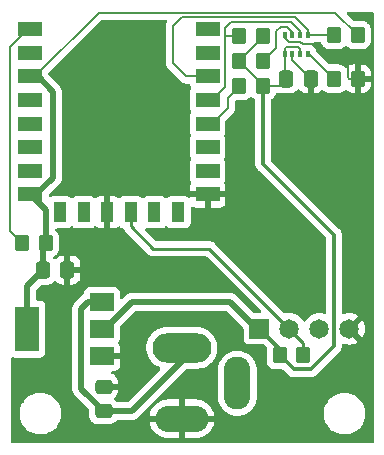
<source format=gbr>
%TF.GenerationSoftware,KiCad,Pcbnew,(6.0.6)*%
%TF.CreationDate,2023-01-19T12:46:02-03:00*%
%TF.ProjectId,mod_sensores,6d6f645f-7365-46e7-936f-7265732e6b69,rev?*%
%TF.SameCoordinates,Original*%
%TF.FileFunction,Copper,L1,Top*%
%TF.FilePolarity,Positive*%
%FSLAX46Y46*%
G04 Gerber Fmt 4.6, Leading zero omitted, Abs format (unit mm)*
G04 Created by KiCad (PCBNEW (6.0.6)) date 2023-01-19 12:46:02*
%MOMM*%
%LPD*%
G01*
G04 APERTURE LIST*
G04 Aperture macros list*
%AMRoundRect*
0 Rectangle with rounded corners*
0 $1 Rounding radius*
0 $2 $3 $4 $5 $6 $7 $8 $9 X,Y pos of 4 corners*
0 Add a 4 corners polygon primitive as box body*
4,1,4,$2,$3,$4,$5,$6,$7,$8,$9,$2,$3,0*
0 Add four circle primitives for the rounded corners*
1,1,$1+$1,$2,$3*
1,1,$1+$1,$4,$5*
1,1,$1+$1,$6,$7*
1,1,$1+$1,$8,$9*
0 Add four rect primitives between the rounded corners*
20,1,$1+$1,$2,$3,$4,$5,0*
20,1,$1+$1,$4,$5,$6,$7,0*
20,1,$1+$1,$6,$7,$8,$9,0*
20,1,$1+$1,$8,$9,$2,$3,0*%
G04 Aperture macros list end*
%TA.AperFunction,SMDPad,CuDef*%
%ADD10R,2.000000X1.500000*%
%TD*%
%TA.AperFunction,SMDPad,CuDef*%
%ADD11R,2.000000X3.800000*%
%TD*%
%TA.AperFunction,SMDPad,CuDef*%
%ADD12RoundRect,0.250000X-0.337500X-0.475000X0.337500X-0.475000X0.337500X0.475000X-0.337500X0.475000X0*%
%TD*%
%TA.AperFunction,SMDPad,CuDef*%
%ADD13RoundRect,0.250000X-0.350000X-0.450000X0.350000X-0.450000X0.350000X0.450000X-0.350000X0.450000X0*%
%TD*%
%TA.AperFunction,SMDPad,CuDef*%
%ADD14RoundRect,0.250000X0.350000X0.450000X-0.350000X0.450000X-0.350000X-0.450000X0.350000X-0.450000X0*%
%TD*%
%TA.AperFunction,SMDPad,CuDef*%
%ADD15R,0.350000X0.500000*%
%TD*%
%TA.AperFunction,ComponentPad*%
%ADD16O,5.000000X2.500000*%
%TD*%
%TA.AperFunction,ComponentPad*%
%ADD17O,4.500000X2.250000*%
%TD*%
%TA.AperFunction,ComponentPad*%
%ADD18O,2.250000X4.500000*%
%TD*%
%TA.AperFunction,SMDPad,CuDef*%
%ADD19RoundRect,0.250000X0.475000X-0.337500X0.475000X0.337500X-0.475000X0.337500X-0.475000X-0.337500X0*%
%TD*%
%TA.AperFunction,SMDPad,CuDef*%
%ADD20R,2.000000X1.200000*%
%TD*%
%TA.AperFunction,SMDPad,CuDef*%
%ADD21R,1.100000X1.700000*%
%TD*%
%TA.AperFunction,ComponentPad*%
%ADD22R,1.651000X1.651000*%
%TD*%
%TA.AperFunction,ComponentPad*%
%ADD23C,1.651000*%
%TD*%
%TA.AperFunction,Conductor*%
%ADD24C,0.300000*%
%TD*%
%TA.AperFunction,Conductor*%
%ADD25C,0.250000*%
%TD*%
%TA.AperFunction,Conductor*%
%ADD26C,0.500000*%
%TD*%
%TA.AperFunction,Conductor*%
%ADD27C,0.200000*%
%TD*%
G04 APERTURE END LIST*
D10*
%TO.P,U2,1,GND*%
%TO.N,GND*%
X93950000Y-101400000D03*
D11*
%TO.P,U2,2,VO*%
%TO.N,+3.3V*%
X87650000Y-99100000D03*
D10*
X93950000Y-99100000D03*
%TO.P,U2,3,VI*%
%TO.N,+5V*%
X93950000Y-96800000D03*
%TD*%
D12*
%TO.P,C3,1*%
%TO.N,+3.3V*%
X109562500Y-77900000D03*
%TO.P,C3,2*%
%TO.N,GND*%
X111637500Y-77900000D03*
%TD*%
D13*
%TO.P,R3,1*%
%TO.N,Net-(R3-Pad1)*%
X87200000Y-91800000D03*
%TO.P,R3,2*%
%TO.N,+3.3V*%
X89200000Y-91800000D03*
%TD*%
D14*
%TO.P,R6,1*%
%TO.N,GND*%
X115600000Y-77900000D03*
%TO.P,R6,2*%
%TO.N,Net-(R6-Pad2)*%
X113600000Y-77900000D03*
%TD*%
D13*
%TO.P,R5,1*%
%TO.N,scl*%
X113600000Y-74200000D03*
%TO.P,R5,2*%
%TO.N,+3.3V*%
X115600000Y-74200000D03*
%TD*%
D15*
%TO.P,U4,1,GND*%
%TO.N,GND*%
X109425000Y-74200000D03*
%TO.P,U4,2,CSB*%
%TO.N,Net-(R7-Pad1)*%
X110075000Y-74200000D03*
%TO.P,U4,3,SDI*%
%TO.N,sda*%
X110725000Y-74200000D03*
%TO.P,U4,4,SCK*%
%TO.N,scl*%
X111375000Y-74200000D03*
%TO.P,U4,5,SDO*%
%TO.N,Net-(R6-Pad2)*%
X111375000Y-75800000D03*
%TO.P,U4,6,VDDIO*%
%TO.N,+3.3V*%
X110725000Y-75800000D03*
%TO.P,U4,7,GND*%
%TO.N,GND*%
X110075000Y-75800000D03*
%TO.P,U4,8,VDD*%
%TO.N,+3.3V*%
X109425000Y-75800000D03*
%TD*%
D13*
%TO.P,R4,1*%
%TO.N,sda*%
X105600000Y-74300000D03*
%TO.P,R4,2*%
%TO.N,+3.3V*%
X107600000Y-74300000D03*
%TD*%
D14*
%TO.P,R1,1*%
%TO.N,data_dht11*%
X111000000Y-101300000D03*
%TO.P,R1,2*%
%TO.N,+3.3V*%
X109000000Y-101300000D03*
%TD*%
D16*
%TO.P,J1,1*%
%TO.N,+5V*%
X100725000Y-100687500D03*
D17*
%TO.P,J1,2*%
%TO.N,GND*%
X100725000Y-106687500D03*
D18*
%TO.P,J1,3*%
%TO.N,unconnected-(J1-Pad3)*%
X105425000Y-103687500D03*
%TD*%
D19*
%TO.P,C1,1*%
%TO.N,+5V*%
X94100000Y-106037500D03*
%TO.P,C1,2*%
%TO.N,GND*%
X94100000Y-103962500D03*
%TD*%
D20*
%TO.P,U3,1,RESET*%
%TO.N,Net-(R3-Pad1)*%
X87900000Y-73700000D03*
%TO.P,U3,2,ADC*%
%TO.N,unconnected-(U3-Pad2)*%
X87900000Y-75700000D03*
%TO.P,U3,3,EN*%
%TO.N,+3.3V*%
X87900000Y-77700000D03*
%TO.P,U3,4,IO16*%
%TO.N,unconnected-(U3-Pad4)*%
X87900000Y-79700000D03*
%TO.P,U3,5,IO14*%
%TO.N,unconnected-(U3-Pad5)*%
X87900000Y-81700000D03*
%TO.P,U3,6,IO12*%
%TO.N,unconnected-(U3-Pad6)*%
X87900000Y-83700000D03*
%TO.P,U3,7,IO13*%
%TO.N,unconnected-(U3-Pad7)*%
X87900000Y-85700000D03*
%TO.P,U3,8,VCC*%
%TO.N,+3.3V*%
X87900000Y-87700000D03*
D21*
%TO.P,U3,9,CS0*%
%TO.N,unconnected-(U3-Pad9)*%
X90400000Y-89200000D03*
%TO.P,U3,10,MISO*%
%TO.N,unconnected-(U3-Pad10)*%
X92400000Y-89200000D03*
%TO.P,U3,11,IO9*%
%TO.N,GND*%
X94400000Y-89200000D03*
%TO.P,U3,12,IO10*%
%TO.N,data_dht11*%
X96400000Y-89200000D03*
%TO.P,U3,13,MOSI*%
%TO.N,unconnected-(U3-Pad13)*%
X98400000Y-89200000D03*
%TO.P,U3,14,SCLK*%
%TO.N,unconnected-(U3-Pad14)*%
X100400000Y-89200000D03*
D20*
%TO.P,U3,15,GND*%
%TO.N,GND*%
X102900000Y-87700000D03*
%TO.P,U3,16,IO15*%
%TO.N,unconnected-(U3-Pad16)*%
X102900000Y-85700000D03*
%TO.P,U3,17,IO2*%
%TO.N,unconnected-(U3-Pad17)*%
X102900000Y-83700000D03*
%TO.P,U3,18,IO0*%
%TO.N,Net-(R2-Pad1)*%
X102900000Y-81700000D03*
%TO.P,U3,19,IO4*%
%TO.N,sda*%
X102900000Y-79700000D03*
%TO.P,U3,20,IO5*%
%TO.N,scl*%
X102900000Y-77700000D03*
%TO.P,U3,21,RXD*%
%TO.N,unconnected-(U3-Pad21)*%
X102900000Y-75700000D03*
%TO.P,U3,22,TXD*%
%TO.N,unconnected-(U3-Pad22)*%
X102900000Y-73700000D03*
%TD*%
D14*
%TO.P,R7,2*%
%TO.N,+3.3V*%
X105600000Y-76400000D03*
%TO.P,R7,1*%
%TO.N,Net-(R7-Pad1)*%
X107600000Y-76400000D03*
%TD*%
D22*
%TO.P,U1,1,VDD*%
%TO.N,+3.3V*%
X107290000Y-99069000D03*
D23*
%TO.P,U1,2,DATA*%
%TO.N,data_dht11*%
X109830000Y-99069000D03*
%TO.P,U1,3,NC*%
%TO.N,unconnected-(U1-Pad3)*%
X112370000Y-99069000D03*
%TO.P,U1,4,GND*%
%TO.N,GND*%
X114910000Y-99069000D03*
%TD*%
D12*
%TO.P,C2,1*%
%TO.N,+3.3V*%
X88962500Y-94100000D03*
%TO.P,C2,2*%
%TO.N,GND*%
X91037500Y-94100000D03*
%TD*%
D13*
%TO.P,R2,2*%
%TO.N,+3.3V*%
X107600000Y-78500000D03*
%TO.P,R2,1*%
%TO.N,Net-(R2-Pad1)*%
X105600000Y-78500000D03*
%TD*%
D24*
%TO.N,+3.3V*%
X113600000Y-91100000D02*
X107600000Y-85100000D01*
X111650000Y-102500000D02*
X113600000Y-100550000D01*
X113600000Y-100550000D02*
X113600000Y-91100000D01*
X110200000Y-102500000D02*
X111650000Y-102500000D01*
X109000000Y-101300000D02*
X110200000Y-102500000D01*
X107600000Y-85100000D02*
X107600000Y-78500000D01*
X109000000Y-100779000D02*
X107290000Y-99069000D01*
X109000000Y-101300000D02*
X109000000Y-100779000D01*
D25*
%TO.N,data_dht11*%
X111000000Y-100239000D02*
X109830000Y-99069000D01*
X111000000Y-101300000D02*
X111000000Y-100239000D01*
D26*
%TO.N,+5V*%
X100725000Y-101775000D02*
X100725000Y-100687500D01*
X92200000Y-97400000D02*
X92200000Y-104137500D01*
X92800000Y-96800000D02*
X92200000Y-97400000D01*
X93950000Y-96800000D02*
X92800000Y-96800000D01*
X94100000Y-106037500D02*
X96462500Y-106037500D01*
X92200000Y-104137500D02*
X94100000Y-106037500D01*
X96462500Y-106037500D02*
X100725000Y-101775000D01*
D27*
%TO.N,GND*%
X109800000Y-74800000D02*
X110740685Y-74800000D01*
X109425000Y-74425000D02*
X109800000Y-74800000D01*
X114750000Y-77750000D02*
X114900000Y-77900000D01*
X109425000Y-74200000D02*
X109425000Y-74425000D01*
X113000000Y-76000000D02*
X114250000Y-76000000D01*
X110075000Y-76337500D02*
X110075000Y-75800000D01*
X114750000Y-76500000D02*
X114750000Y-77750000D01*
X114900000Y-77900000D02*
X115600000Y-77900000D01*
X112000000Y-75000000D02*
X113000000Y-76000000D01*
X114250000Y-76000000D02*
X114750000Y-76500000D01*
X111637500Y-77900000D02*
X110075000Y-76337500D01*
X110740685Y-74800000D02*
X110940685Y-75000000D01*
X110940685Y-75000000D02*
X112000000Y-75000000D01*
D26*
%TO.N,+3.3V*%
X87650000Y-99100000D02*
X87650000Y-95412500D01*
X89800000Y-86300000D02*
X89800000Y-79000000D01*
X88962500Y-94100000D02*
X88962500Y-92037500D01*
D27*
X110575000Y-75200000D02*
X110725000Y-75350000D01*
D26*
X88400000Y-87700000D02*
X89800000Y-86300000D01*
X89800000Y-79000000D02*
X88500000Y-77700000D01*
X89200000Y-89000000D02*
X87900000Y-87700000D01*
X104800000Y-96800000D02*
X107069000Y-99069000D01*
D27*
X109575000Y-75200000D02*
X110575000Y-75200000D01*
X107600000Y-78500000D02*
X108962500Y-78500000D01*
X105600000Y-76400000D02*
X107600000Y-78400000D01*
D26*
X88962500Y-92037500D02*
X89200000Y-91800000D01*
D27*
X109425000Y-75800000D02*
X109425000Y-75350000D01*
D26*
X94200000Y-99100000D02*
X96500000Y-96800000D01*
X93950000Y-99100000D02*
X94200000Y-99100000D01*
D27*
X108962500Y-78500000D02*
X109562500Y-77900000D01*
X107600000Y-74400000D02*
X105600000Y-76400000D01*
D26*
X89200000Y-91800000D02*
X89200000Y-89000000D01*
D27*
X107600000Y-74300000D02*
X107600000Y-74400000D01*
D26*
X96500000Y-96800000D02*
X104800000Y-96800000D01*
X88500000Y-77700000D02*
X87900000Y-77700000D01*
D27*
X93700000Y-72300000D02*
X88300000Y-77700000D01*
X109425000Y-75350000D02*
X109575000Y-75200000D01*
X109562500Y-77900000D02*
X109425000Y-77762500D01*
X110725000Y-75350000D02*
X110725000Y-75800000D01*
X88300000Y-77700000D02*
X87900000Y-77700000D01*
X109425000Y-77762500D02*
X109425000Y-75800000D01*
D26*
X87650000Y-95412500D02*
X88962500Y-94100000D01*
X107069000Y-99069000D02*
X107290000Y-99069000D01*
D27*
X113700000Y-72300000D02*
X93700000Y-72300000D01*
X115600000Y-74200000D02*
X113700000Y-72300000D01*
X107600000Y-78400000D02*
X107600000Y-78500000D01*
D26*
X87900000Y-87700000D02*
X88400000Y-87700000D01*
D25*
%TO.N,data_dht11*%
X96400000Y-90400000D02*
X96400000Y-89200000D01*
X103061000Y-92300000D02*
X98300000Y-92300000D01*
X98300000Y-92300000D02*
X96400000Y-90400000D01*
X109830000Y-99069000D02*
X103061000Y-92300000D01*
D27*
%TO.N,Net-(R2-Pad1)*%
X104600000Y-80400000D02*
X103300000Y-81700000D01*
X105600000Y-78500000D02*
X104600000Y-79500000D01*
X103300000Y-81700000D02*
X102900000Y-81700000D01*
X104600000Y-79500000D02*
X104600000Y-80400000D01*
%TO.N,Net-(R3-Pad1)*%
X87700000Y-73700000D02*
X87900000Y-73700000D01*
X87200000Y-91800000D02*
X86200000Y-90800000D01*
X86200000Y-90800000D02*
X86200000Y-75200000D01*
X86200000Y-75200000D02*
X87700000Y-73700000D01*
%TO.N,sda*%
X104400000Y-73600000D02*
X104900000Y-73100000D01*
X105600000Y-74300000D02*
X104500000Y-74300000D01*
X110000000Y-73100000D02*
X110725000Y-73825000D01*
X104500000Y-74300000D02*
X104400000Y-74400000D01*
X110725000Y-73825000D02*
X110725000Y-74200000D01*
X104900000Y-73100000D02*
X110000000Y-73100000D01*
X103300000Y-79700000D02*
X104400000Y-78600000D01*
X104400000Y-74400000D02*
X104400000Y-73600000D01*
X102900000Y-79700000D02*
X103300000Y-79700000D01*
X104400000Y-78600000D02*
X104400000Y-74400000D01*
%TO.N,scl*%
X110325000Y-72700000D02*
X100700000Y-72700000D01*
X111375000Y-74200000D02*
X111375000Y-73750000D01*
X113300000Y-74200000D02*
X111375000Y-74200000D01*
X100000000Y-73400000D02*
X100000000Y-76600000D01*
X111375000Y-73750000D02*
X110325000Y-72700000D01*
X100000000Y-76600000D02*
X101100000Y-77700000D01*
X100700000Y-72700000D02*
X100000000Y-73400000D01*
X113700000Y-73800000D02*
X113300000Y-74200000D01*
X101100000Y-77700000D02*
X102900000Y-77700000D01*
%TO.N,Net-(R7-Pad1)*%
X107600000Y-76400000D02*
X108700000Y-75300000D01*
X109600000Y-73500000D02*
X110075000Y-73975000D01*
X108700000Y-73900000D02*
X109100000Y-73500000D01*
X108700000Y-75300000D02*
X108700000Y-73900000D01*
X109100000Y-73500000D02*
X109600000Y-73500000D01*
X110075000Y-73975000D02*
X110075000Y-74200000D01*
%TO.N,Net-(R6-Pad2)*%
X111500000Y-75800000D02*
X113600000Y-77900000D01*
X111375000Y-75800000D02*
X111500000Y-75800000D01*
%TD*%
%TA.AperFunction,Conductor*%
%TO.N,GND*%
G36*
X116933621Y-72270002D02*
G01*
X116980114Y-72323658D01*
X116991500Y-72376000D01*
X116991500Y-108615500D01*
X116971498Y-108683621D01*
X116917842Y-108730114D01*
X116865500Y-108741500D01*
X86384500Y-108741500D01*
X86316379Y-108721498D01*
X86269886Y-108667842D01*
X86258500Y-108615500D01*
X86258500Y-106357655D01*
X86989858Y-106357655D01*
X87025104Y-106616638D01*
X87026412Y-106621124D01*
X87026412Y-106621126D01*
X87042980Y-106677967D01*
X87098243Y-106867567D01*
X87207668Y-107104928D01*
X87219673Y-107123238D01*
X87348410Y-107319596D01*
X87348414Y-107319601D01*
X87350976Y-107323509D01*
X87525018Y-107518506D01*
X87725970Y-107685637D01*
X87729973Y-107688066D01*
X87945422Y-107818804D01*
X87945426Y-107818806D01*
X87949419Y-107821229D01*
X88190455Y-107922303D01*
X88443783Y-107986641D01*
X88448434Y-107987109D01*
X88448438Y-107987110D01*
X88641308Y-108006531D01*
X88660867Y-108008500D01*
X88816354Y-108008500D01*
X88818679Y-108008327D01*
X88818685Y-108008327D01*
X89006000Y-107994407D01*
X89006004Y-107994406D01*
X89010652Y-107994061D01*
X89015200Y-107993032D01*
X89015206Y-107993031D01*
X89201601Y-107950853D01*
X89265577Y-107936377D01*
X89301769Y-107922303D01*
X89504824Y-107843340D01*
X89504827Y-107843339D01*
X89509177Y-107841647D01*
X89736098Y-107711951D01*
X89941357Y-107550138D01*
X90120443Y-107359763D01*
X90269424Y-107145009D01*
X90275100Y-107133500D01*
X90382960Y-106914781D01*
X90382961Y-106914778D01*
X90385025Y-106910593D01*
X90421574Y-106796415D01*
X90463280Y-106666123D01*
X90464707Y-106661665D01*
X90506721Y-106403693D01*
X90510142Y-106142345D01*
X90474896Y-105883362D01*
X90460473Y-105833877D01*
X90403068Y-105636932D01*
X90401757Y-105632433D01*
X90292332Y-105395072D01*
X90216232Y-105279000D01*
X90151590Y-105180404D01*
X90151586Y-105180399D01*
X90149024Y-105176491D01*
X89974982Y-104981494D01*
X89774030Y-104814363D01*
X89695583Y-104766760D01*
X89554578Y-104681196D01*
X89554574Y-104681194D01*
X89550581Y-104678771D01*
X89309545Y-104577697D01*
X89056217Y-104513359D01*
X89051566Y-104512891D01*
X89051562Y-104512890D01*
X88842271Y-104491816D01*
X88839133Y-104491500D01*
X88683646Y-104491500D01*
X88681321Y-104491673D01*
X88681315Y-104491673D01*
X88494000Y-104505593D01*
X88493996Y-104505594D01*
X88489348Y-104505939D01*
X88484800Y-104506968D01*
X88484794Y-104506969D01*
X88336717Y-104540476D01*
X88234423Y-104563623D01*
X88230071Y-104565315D01*
X88230069Y-104565316D01*
X87995176Y-104656660D01*
X87995173Y-104656661D01*
X87990823Y-104658353D01*
X87763902Y-104788049D01*
X87558643Y-104949862D01*
X87379557Y-105140237D01*
X87316410Y-105231263D01*
X87252483Y-105323413D01*
X87230576Y-105354991D01*
X87228510Y-105359181D01*
X87228508Y-105359184D01*
X87129178Y-105560607D01*
X87114975Y-105589407D01*
X87035293Y-105838335D01*
X86993279Y-106096307D01*
X86989858Y-106357655D01*
X86258500Y-106357655D01*
X86258500Y-101578132D01*
X86278502Y-101510011D01*
X86332158Y-101463518D01*
X86402432Y-101453414D01*
X86428729Y-101460150D01*
X86539684Y-101501745D01*
X86601866Y-101508500D01*
X88698134Y-101508500D01*
X88760316Y-101501745D01*
X88896705Y-101450615D01*
X89013261Y-101363261D01*
X89100615Y-101246705D01*
X89151745Y-101110316D01*
X89158500Y-101048134D01*
X89158500Y-97151866D01*
X89151745Y-97089684D01*
X89100615Y-96953295D01*
X89013261Y-96836739D01*
X88896705Y-96749385D01*
X88760316Y-96698255D01*
X88698134Y-96691500D01*
X88534500Y-96691500D01*
X88466379Y-96671498D01*
X88419886Y-96617842D01*
X88408500Y-96565500D01*
X88408500Y-95778871D01*
X88428502Y-95710750D01*
X88445405Y-95689776D01*
X88764776Y-95370405D01*
X88827088Y-95336379D01*
X88853871Y-95333500D01*
X89350400Y-95333500D01*
X89353646Y-95333163D01*
X89353650Y-95333163D01*
X89449308Y-95323238D01*
X89449312Y-95323237D01*
X89456166Y-95322526D01*
X89462702Y-95320345D01*
X89462704Y-95320345D01*
X89616998Y-95268868D01*
X89623946Y-95266550D01*
X89774348Y-95173478D01*
X89899305Y-95048303D01*
X89902102Y-95043765D01*
X89959353Y-95003176D01*
X90030276Y-94999946D01*
X90091687Y-95035572D01*
X90099062Y-95044068D01*
X90107098Y-95054207D01*
X90221829Y-95168739D01*
X90233240Y-95177751D01*
X90371243Y-95262816D01*
X90384424Y-95268963D01*
X90538710Y-95320138D01*
X90552086Y-95323005D01*
X90646438Y-95332672D01*
X90652854Y-95333000D01*
X90765385Y-95333000D01*
X90780624Y-95328525D01*
X90781829Y-95327135D01*
X90783500Y-95319452D01*
X90783500Y-95314884D01*
X91291500Y-95314884D01*
X91295975Y-95330123D01*
X91297365Y-95331328D01*
X91305048Y-95332999D01*
X91422095Y-95332999D01*
X91428614Y-95332662D01*
X91524206Y-95322743D01*
X91537600Y-95319851D01*
X91691784Y-95268412D01*
X91704962Y-95262239D01*
X91842807Y-95176937D01*
X91854208Y-95167901D01*
X91968739Y-95053171D01*
X91977751Y-95041760D01*
X92062816Y-94903757D01*
X92068963Y-94890576D01*
X92120138Y-94736290D01*
X92123005Y-94722914D01*
X92132672Y-94628562D01*
X92133000Y-94622146D01*
X92133000Y-94372115D01*
X92128525Y-94356876D01*
X92127135Y-94355671D01*
X92119452Y-94354000D01*
X91309615Y-94354000D01*
X91294376Y-94358475D01*
X91293171Y-94359865D01*
X91291500Y-94367548D01*
X91291500Y-95314884D01*
X90783500Y-95314884D01*
X90783500Y-93827885D01*
X91291500Y-93827885D01*
X91295975Y-93843124D01*
X91297365Y-93844329D01*
X91305048Y-93846000D01*
X92114884Y-93846000D01*
X92130123Y-93841525D01*
X92131328Y-93840135D01*
X92132999Y-93832452D01*
X92132999Y-93577905D01*
X92132662Y-93571386D01*
X92122743Y-93475794D01*
X92119851Y-93462400D01*
X92068412Y-93308216D01*
X92062239Y-93295038D01*
X91976937Y-93157193D01*
X91967901Y-93145792D01*
X91853171Y-93031261D01*
X91841760Y-93022249D01*
X91703757Y-92937184D01*
X91690576Y-92931037D01*
X91536290Y-92879862D01*
X91522914Y-92876995D01*
X91428562Y-92867328D01*
X91422145Y-92867000D01*
X91309615Y-92867000D01*
X91294376Y-92871475D01*
X91293171Y-92872865D01*
X91291500Y-92880548D01*
X91291500Y-93827885D01*
X90783500Y-93827885D01*
X90783500Y-92885116D01*
X90779025Y-92869877D01*
X90777635Y-92868672D01*
X90769952Y-92867001D01*
X90652905Y-92867001D01*
X90646386Y-92867338D01*
X90550794Y-92877257D01*
X90537400Y-92880149D01*
X90383216Y-92931588D01*
X90370038Y-92937761D01*
X90232193Y-93023063D01*
X90220792Y-93032099D01*
X90106262Y-93146828D01*
X90099206Y-93155762D01*
X90041288Y-93196823D01*
X89970365Y-93200053D01*
X89908954Y-93164426D01*
X89902154Y-93156593D01*
X89898478Y-93150652D01*
X89893297Y-93145480D01*
X89893293Y-93145475D01*
X89872493Y-93124712D01*
X89838412Y-93062430D01*
X89843414Y-92991610D01*
X89885911Y-92934737D01*
X89895206Y-92928394D01*
X90018120Y-92852332D01*
X90024348Y-92848478D01*
X90149305Y-92723303D01*
X90242115Y-92572738D01*
X90297797Y-92404861D01*
X90308500Y-92300400D01*
X90308500Y-91299600D01*
X90297526Y-91193834D01*
X90241550Y-91026054D01*
X90148478Y-90875652D01*
X90046321Y-90773673D01*
X90012242Y-90711391D01*
X90017245Y-90640570D01*
X90059742Y-90583698D01*
X90126241Y-90558829D01*
X90135339Y-90558500D01*
X90998134Y-90558500D01*
X91060316Y-90551745D01*
X91196705Y-90500615D01*
X91313261Y-90413261D01*
X91314187Y-90412026D01*
X91373217Y-90379792D01*
X91444032Y-90384857D01*
X91485355Y-90411414D01*
X91486739Y-90413261D01*
X91603295Y-90500615D01*
X91739684Y-90551745D01*
X91801866Y-90558500D01*
X92998134Y-90558500D01*
X93060316Y-90551745D01*
X93196705Y-90500615D01*
X93313261Y-90413261D01*
X93314392Y-90411752D01*
X93373574Y-90379435D01*
X93444389Y-90384500D01*
X93489452Y-90413461D01*
X93494276Y-90418285D01*
X93596351Y-90494786D01*
X93611946Y-90503324D01*
X93732394Y-90548478D01*
X93747649Y-90552105D01*
X93798514Y-90557631D01*
X93805328Y-90558000D01*
X94127885Y-90558000D01*
X94143124Y-90553525D01*
X94144329Y-90552135D01*
X94146000Y-90544452D01*
X94146000Y-87860116D01*
X94141525Y-87844877D01*
X94140135Y-87843672D01*
X94132452Y-87842001D01*
X93805331Y-87842001D01*
X93798510Y-87842371D01*
X93747648Y-87847895D01*
X93732396Y-87851521D01*
X93611946Y-87896676D01*
X93596351Y-87905214D01*
X93494276Y-87981715D01*
X93489452Y-87986539D01*
X93427140Y-88020565D01*
X93356325Y-88015500D01*
X93314829Y-87988832D01*
X93313261Y-87986739D01*
X93196705Y-87899385D01*
X93060316Y-87848255D01*
X92998134Y-87841500D01*
X91801866Y-87841500D01*
X91739684Y-87848255D01*
X91603295Y-87899385D01*
X91486739Y-87986739D01*
X91485813Y-87987974D01*
X91426783Y-88020208D01*
X91355968Y-88015143D01*
X91314645Y-87988586D01*
X91313261Y-87986739D01*
X91196705Y-87899385D01*
X91060316Y-87848255D01*
X90998134Y-87841500D01*
X89801866Y-87841500D01*
X89739684Y-87848255D01*
X89732288Y-87851027D01*
X89732282Y-87851029D01*
X89619936Y-87893146D01*
X89549129Y-87898329D01*
X89486760Y-87864408D01*
X89452631Y-87802153D01*
X89457578Y-87731329D01*
X89486612Y-87686069D01*
X90288911Y-86883770D01*
X90303323Y-86871384D01*
X90314918Y-86862851D01*
X90314923Y-86862846D01*
X90320818Y-86858508D01*
X90325557Y-86852930D01*
X90325560Y-86852927D01*
X90355035Y-86818232D01*
X90361965Y-86810716D01*
X90367660Y-86805021D01*
X90385281Y-86782749D01*
X90388072Y-86779345D01*
X90430591Y-86729297D01*
X90430592Y-86729295D01*
X90435333Y-86723715D01*
X90438661Y-86717199D01*
X90442028Y-86712150D01*
X90445195Y-86707021D01*
X90449734Y-86701284D01*
X90480655Y-86635125D01*
X90482561Y-86631225D01*
X90485815Y-86624852D01*
X90515769Y-86566192D01*
X90517508Y-86559084D01*
X90519607Y-86553441D01*
X90521524Y-86547678D01*
X90524622Y-86541050D01*
X90539487Y-86469583D01*
X90540457Y-86465299D01*
X90557808Y-86394390D01*
X90558500Y-86383236D01*
X90558536Y-86383238D01*
X90558775Y-86379245D01*
X90559149Y-86375053D01*
X90560640Y-86367885D01*
X90558546Y-86290479D01*
X90558500Y-86287072D01*
X90558500Y-79067070D01*
X90559933Y-79048120D01*
X90562099Y-79033885D01*
X90562099Y-79033881D01*
X90563199Y-79026651D01*
X90559188Y-78977332D01*
X90558915Y-78973982D01*
X90558500Y-78963767D01*
X90558500Y-78955707D01*
X90558061Y-78951937D01*
X90555211Y-78927497D01*
X90554778Y-78923121D01*
X90549454Y-78857662D01*
X90549453Y-78857659D01*
X90548860Y-78850364D01*
X90546604Y-78843400D01*
X90545417Y-78837461D01*
X90544030Y-78831590D01*
X90543182Y-78824319D01*
X90540686Y-78817443D01*
X90540684Y-78817434D01*
X90518275Y-78755702D01*
X90516865Y-78751598D01*
X90494352Y-78682101D01*
X90490556Y-78675846D01*
X90488057Y-78670387D01*
X90485329Y-78664939D01*
X90482833Y-78658063D01*
X90442805Y-78597010D01*
X90440481Y-78593327D01*
X90405504Y-78535686D01*
X90405501Y-78535682D01*
X90402595Y-78530893D01*
X90395197Y-78522517D01*
X90395224Y-78522493D01*
X90392579Y-78519511D01*
X90389872Y-78516274D01*
X90385856Y-78510148D01*
X90329617Y-78456872D01*
X90327176Y-78454495D01*
X89455710Y-77583029D01*
X89421684Y-77520717D01*
X89426749Y-77449902D01*
X89455710Y-77404839D01*
X93915144Y-72945405D01*
X93977456Y-72911379D01*
X94004239Y-72908500D01*
X99358075Y-72908500D01*
X99426196Y-72928502D01*
X99472689Y-72982158D01*
X99482793Y-73052432D01*
X99468900Y-73092571D01*
X99468476Y-73093124D01*
X99407162Y-73241149D01*
X99405081Y-73256960D01*
X99404832Y-73258849D01*
X99395662Y-73328502D01*
X99391500Y-73360115D01*
X99391500Y-73360120D01*
X99386250Y-73400000D01*
X99387328Y-73408188D01*
X99390422Y-73431690D01*
X99391500Y-73448136D01*
X99391500Y-76551864D01*
X99390422Y-76568307D01*
X99386250Y-76600000D01*
X99391500Y-76639880D01*
X99391500Y-76639885D01*
X99399740Y-76702474D01*
X99407162Y-76758851D01*
X99468476Y-76906876D01*
X99473503Y-76913427D01*
X99473504Y-76913429D01*
X99541520Y-77002069D01*
X99541526Y-77002075D01*
X99566013Y-77033987D01*
X99572568Y-77039017D01*
X99591379Y-77053452D01*
X99603770Y-77064319D01*
X100635678Y-78096226D01*
X100646545Y-78108616D01*
X100666013Y-78133987D01*
X100672559Y-78139010D01*
X100672562Y-78139013D01*
X100697927Y-78158476D01*
X100697929Y-78158477D01*
X100793124Y-78231524D01*
X100800750Y-78234683D01*
X100800752Y-78234684D01*
X100867137Y-78262181D01*
X100941149Y-78292838D01*
X100949336Y-78293916D01*
X100949337Y-78293916D01*
X100960542Y-78295391D01*
X100991738Y-78299498D01*
X101060115Y-78308500D01*
X101060118Y-78308500D01*
X101060126Y-78308501D01*
X101091811Y-78312672D01*
X101100000Y-78313750D01*
X101131693Y-78309578D01*
X101148136Y-78308500D01*
X101275507Y-78308500D01*
X101343628Y-78328502D01*
X101390121Y-78382158D01*
X101397543Y-78403763D01*
X101398255Y-78410316D01*
X101401027Y-78417711D01*
X101401028Y-78417714D01*
X101414817Y-78454495D01*
X101449385Y-78546705D01*
X101454770Y-78553890D01*
X101454771Y-78553892D01*
X101507640Y-78624435D01*
X101532488Y-78690942D01*
X101517435Y-78760324D01*
X101507640Y-78775565D01*
X101454771Y-78846108D01*
X101449385Y-78853295D01*
X101398255Y-78989684D01*
X101391500Y-79051866D01*
X101391500Y-80348134D01*
X101398255Y-80410316D01*
X101449385Y-80546705D01*
X101454770Y-80553890D01*
X101454771Y-80553892D01*
X101507640Y-80624435D01*
X101532488Y-80690942D01*
X101517435Y-80760324D01*
X101507640Y-80775565D01*
X101454771Y-80846108D01*
X101449385Y-80853295D01*
X101398255Y-80989684D01*
X101391500Y-81051866D01*
X101391500Y-82348134D01*
X101398255Y-82410316D01*
X101449385Y-82546705D01*
X101454770Y-82553890D01*
X101454771Y-82553892D01*
X101507640Y-82624435D01*
X101532488Y-82690942D01*
X101517435Y-82760324D01*
X101507640Y-82775565D01*
X101449385Y-82853295D01*
X101398255Y-82989684D01*
X101391500Y-83051866D01*
X101391500Y-84348134D01*
X101398255Y-84410316D01*
X101449385Y-84546705D01*
X101454770Y-84553890D01*
X101454771Y-84553892D01*
X101507640Y-84624435D01*
X101532488Y-84690942D01*
X101517435Y-84760324D01*
X101507640Y-84775565D01*
X101468912Y-84827240D01*
X101449385Y-84853295D01*
X101398255Y-84989684D01*
X101391500Y-85051866D01*
X101391500Y-86348134D01*
X101398255Y-86410316D01*
X101449385Y-86546705D01*
X101454771Y-86553891D01*
X101507953Y-86624852D01*
X101532801Y-86691358D01*
X101517748Y-86760741D01*
X101507953Y-86775982D01*
X101455214Y-86846352D01*
X101446676Y-86861946D01*
X101401522Y-86982394D01*
X101397895Y-86997649D01*
X101392369Y-87048514D01*
X101392000Y-87055328D01*
X101392000Y-87427885D01*
X101396475Y-87443124D01*
X101397865Y-87444329D01*
X101405548Y-87446000D01*
X104389884Y-87446000D01*
X104405123Y-87441525D01*
X104406328Y-87440135D01*
X104407999Y-87432452D01*
X104407999Y-87055331D01*
X104407629Y-87048510D01*
X104402105Y-86997648D01*
X104398479Y-86982396D01*
X104353324Y-86861946D01*
X104344786Y-86846352D01*
X104292047Y-86775982D01*
X104267199Y-86709476D01*
X104282252Y-86640093D01*
X104292047Y-86624852D01*
X104345229Y-86553891D01*
X104350615Y-86546705D01*
X104401745Y-86410316D01*
X104408500Y-86348134D01*
X104408500Y-85051866D01*
X104401745Y-84989684D01*
X104350615Y-84853295D01*
X104331088Y-84827240D01*
X104292360Y-84775565D01*
X104267512Y-84709058D01*
X104282565Y-84639676D01*
X104292360Y-84624435D01*
X104345229Y-84553892D01*
X104345230Y-84553890D01*
X104350615Y-84546705D01*
X104401745Y-84410316D01*
X104408500Y-84348134D01*
X104408500Y-83051866D01*
X104401745Y-82989684D01*
X104350615Y-82853295D01*
X104292360Y-82775565D01*
X104267512Y-82709058D01*
X104282565Y-82639676D01*
X104292360Y-82624435D01*
X104345229Y-82553892D01*
X104345230Y-82553890D01*
X104350615Y-82546705D01*
X104401745Y-82410316D01*
X104408500Y-82348134D01*
X104408500Y-81504239D01*
X104428502Y-81436118D01*
X104445405Y-81415144D01*
X104996234Y-80864315D01*
X105008625Y-80853448D01*
X105027437Y-80839013D01*
X105033987Y-80833987D01*
X105058474Y-80802075D01*
X105058478Y-80802071D01*
X105131524Y-80706876D01*
X105192838Y-80558851D01*
X105213751Y-80400000D01*
X105209578Y-80368301D01*
X105208500Y-80351856D01*
X105208500Y-79834500D01*
X105228502Y-79766379D01*
X105282158Y-79719886D01*
X105334500Y-79708500D01*
X106000400Y-79708500D01*
X106003646Y-79708163D01*
X106003650Y-79708163D01*
X106099308Y-79698238D01*
X106099312Y-79698237D01*
X106106166Y-79697526D01*
X106112702Y-79695345D01*
X106112704Y-79695345D01*
X106266998Y-79643868D01*
X106273946Y-79641550D01*
X106424348Y-79548478D01*
X106510784Y-79461891D01*
X106573066Y-79427812D01*
X106643886Y-79432815D01*
X106688976Y-79461736D01*
X106776697Y-79549305D01*
X106782927Y-79553145D01*
X106782928Y-79553146D01*
X106881616Y-79613978D01*
X106929109Y-79666750D01*
X106941500Y-79721238D01*
X106941500Y-85017944D01*
X106940941Y-85029800D01*
X106939212Y-85037537D01*
X106939461Y-85045459D01*
X106941438Y-85108369D01*
X106941500Y-85112327D01*
X106941500Y-85141432D01*
X106942056Y-85145832D01*
X106942988Y-85157664D01*
X106944438Y-85203831D01*
X106946650Y-85211444D01*
X106946650Y-85211445D01*
X106950419Y-85224416D01*
X106954430Y-85243782D01*
X106957118Y-85265064D01*
X106960034Y-85272429D01*
X106960035Y-85272433D01*
X106974126Y-85308021D01*
X106977965Y-85319231D01*
X106990855Y-85363600D01*
X107001775Y-85382065D01*
X107010466Y-85399805D01*
X107018365Y-85419756D01*
X107045516Y-85457126D01*
X107052033Y-85467048D01*
X107071507Y-85499977D01*
X107071510Y-85499981D01*
X107075547Y-85506807D01*
X107090711Y-85521971D01*
X107103551Y-85537004D01*
X107116159Y-85554357D01*
X107151752Y-85583802D01*
X107160532Y-85591792D01*
X112904595Y-91335854D01*
X112938621Y-91398166D01*
X112941500Y-91424949D01*
X112941500Y-97676867D01*
X112921498Y-97744988D01*
X112867842Y-97791481D01*
X112797568Y-97801585D01*
X112782889Y-97798574D01*
X112607847Y-97751672D01*
X112607845Y-97751672D01*
X112602532Y-97750248D01*
X112370000Y-97729904D01*
X112137468Y-97750248D01*
X112132155Y-97751672D01*
X112132153Y-97751672D01*
X111917312Y-97809238D01*
X111917310Y-97809239D01*
X111912002Y-97810661D01*
X111907022Y-97812983D01*
X111907020Y-97812984D01*
X111705439Y-97906983D01*
X111705434Y-97906986D01*
X111700452Y-97909309D01*
X111695945Y-97912465D01*
X111695943Y-97912466D01*
X111513757Y-98040034D01*
X111513754Y-98040036D01*
X111509246Y-98043193D01*
X111344193Y-98208246D01*
X111210309Y-98399452D01*
X111208726Y-98402847D01*
X111157734Y-98451466D01*
X111088020Y-98464900D01*
X111022110Y-98438512D01*
X110991353Y-98403017D01*
X110989691Y-98399452D01*
X110855807Y-98208246D01*
X110690754Y-98043193D01*
X110686246Y-98040036D01*
X110686243Y-98040034D01*
X110504057Y-97912466D01*
X110504055Y-97912465D01*
X110499548Y-97909309D01*
X110494566Y-97906986D01*
X110494561Y-97906983D01*
X110292980Y-97812984D01*
X110292978Y-97812983D01*
X110287998Y-97810661D01*
X110282690Y-97809239D01*
X110282688Y-97809238D01*
X110067847Y-97751672D01*
X110067845Y-97751672D01*
X110062532Y-97750248D01*
X109830000Y-97729904D01*
X109597468Y-97750248D01*
X109592149Y-97751673D01*
X109592150Y-97751673D01*
X109517635Y-97771638D01*
X109446658Y-97769948D01*
X109395930Y-97739026D01*
X106498021Y-94841116D01*
X103564652Y-91907747D01*
X103557112Y-91899461D01*
X103553000Y-91892982D01*
X103503348Y-91846356D01*
X103500507Y-91843602D01*
X103480770Y-91823865D01*
X103477573Y-91821385D01*
X103468551Y-91813680D01*
X103442100Y-91788841D01*
X103436321Y-91783414D01*
X103429375Y-91779595D01*
X103429372Y-91779593D01*
X103418566Y-91773652D01*
X103402047Y-91762801D01*
X103401583Y-91762441D01*
X103386041Y-91750386D01*
X103378772Y-91747241D01*
X103378768Y-91747238D01*
X103345463Y-91732826D01*
X103334813Y-91727609D01*
X103296060Y-91706305D01*
X103276437Y-91701267D01*
X103257734Y-91694863D01*
X103246420Y-91689967D01*
X103246419Y-91689967D01*
X103239145Y-91686819D01*
X103231322Y-91685580D01*
X103231312Y-91685577D01*
X103195476Y-91679901D01*
X103183856Y-91677495D01*
X103148711Y-91668472D01*
X103148710Y-91668472D01*
X103141030Y-91666500D01*
X103120776Y-91666500D01*
X103101065Y-91664949D01*
X103088886Y-91663020D01*
X103081057Y-91661780D01*
X103073165Y-91662526D01*
X103037039Y-91665941D01*
X103025181Y-91666500D01*
X98614594Y-91666500D01*
X98546473Y-91646498D01*
X98525503Y-91629599D01*
X97665056Y-90769151D01*
X97631032Y-90706841D01*
X97636097Y-90636025D01*
X97678644Y-90579190D01*
X97745164Y-90554379D01*
X97767760Y-90554795D01*
X97781872Y-90556328D01*
X97793867Y-90557631D01*
X97801866Y-90558500D01*
X98998134Y-90558500D01*
X99060316Y-90551745D01*
X99196705Y-90500615D01*
X99313261Y-90413261D01*
X99314187Y-90412026D01*
X99373217Y-90379792D01*
X99444032Y-90384857D01*
X99485355Y-90411414D01*
X99486739Y-90413261D01*
X99603295Y-90500615D01*
X99739684Y-90551745D01*
X99801866Y-90558500D01*
X100998134Y-90558500D01*
X101060316Y-90551745D01*
X101196705Y-90500615D01*
X101313261Y-90413261D01*
X101400615Y-90296705D01*
X101451745Y-90160316D01*
X101458500Y-90098134D01*
X101458500Y-88854572D01*
X101478502Y-88786451D01*
X101532158Y-88739958D01*
X101602432Y-88729854D01*
X101645008Y-88744052D01*
X101661939Y-88753321D01*
X101782394Y-88798478D01*
X101797649Y-88802105D01*
X101848514Y-88807631D01*
X101855328Y-88808000D01*
X102627885Y-88808000D01*
X102643124Y-88803525D01*
X102644329Y-88802135D01*
X102646000Y-88794452D01*
X102646000Y-88789884D01*
X103154000Y-88789884D01*
X103158475Y-88805123D01*
X103159865Y-88806328D01*
X103167548Y-88807999D01*
X103944669Y-88807999D01*
X103951490Y-88807629D01*
X104002352Y-88802105D01*
X104017604Y-88798479D01*
X104138054Y-88753324D01*
X104153649Y-88744786D01*
X104255724Y-88668285D01*
X104268285Y-88655724D01*
X104344786Y-88553649D01*
X104353324Y-88538054D01*
X104398478Y-88417606D01*
X104402105Y-88402351D01*
X104407631Y-88351486D01*
X104408000Y-88344672D01*
X104408000Y-87972115D01*
X104403525Y-87956876D01*
X104402135Y-87955671D01*
X104394452Y-87954000D01*
X103172115Y-87954000D01*
X103156876Y-87958475D01*
X103155671Y-87959865D01*
X103154000Y-87967548D01*
X103154000Y-88789884D01*
X102646000Y-88789884D01*
X102646000Y-87972115D01*
X102641525Y-87956876D01*
X102640135Y-87955671D01*
X102632452Y-87954000D01*
X101410116Y-87954000D01*
X101369697Y-87965868D01*
X101298700Y-87965868D01*
X101258634Y-87945798D01*
X101203892Y-87904771D01*
X101203890Y-87904770D01*
X101196705Y-87899385D01*
X101060316Y-87848255D01*
X100998134Y-87841500D01*
X99801866Y-87841500D01*
X99739684Y-87848255D01*
X99603295Y-87899385D01*
X99486739Y-87986739D01*
X99485813Y-87987974D01*
X99426783Y-88020208D01*
X99355968Y-88015143D01*
X99314645Y-87988586D01*
X99313261Y-87986739D01*
X99196705Y-87899385D01*
X99060316Y-87848255D01*
X98998134Y-87841500D01*
X97801866Y-87841500D01*
X97739684Y-87848255D01*
X97603295Y-87899385D01*
X97486739Y-87986739D01*
X97485813Y-87987974D01*
X97426783Y-88020208D01*
X97355968Y-88015143D01*
X97314645Y-87988586D01*
X97313261Y-87986739D01*
X97196705Y-87899385D01*
X97060316Y-87848255D01*
X96998134Y-87841500D01*
X95801866Y-87841500D01*
X95739684Y-87848255D01*
X95603295Y-87899385D01*
X95486739Y-87986739D01*
X95485608Y-87988248D01*
X95426426Y-88020565D01*
X95355611Y-88015500D01*
X95310548Y-87986539D01*
X95305724Y-87981715D01*
X95203649Y-87905214D01*
X95188054Y-87896676D01*
X95067606Y-87851522D01*
X95052351Y-87847895D01*
X95001486Y-87842369D01*
X94994672Y-87842000D01*
X94672115Y-87842000D01*
X94656876Y-87846475D01*
X94655671Y-87847865D01*
X94654000Y-87855548D01*
X94654000Y-90539884D01*
X94658475Y-90555123D01*
X94659865Y-90556328D01*
X94667548Y-90557999D01*
X94994669Y-90557999D01*
X95001490Y-90557629D01*
X95052352Y-90552105D01*
X95067604Y-90548479D01*
X95188054Y-90503324D01*
X95203649Y-90494786D01*
X95305724Y-90418285D01*
X95310548Y-90413461D01*
X95372860Y-90379435D01*
X95443675Y-90384500D01*
X95485171Y-90411168D01*
X95486739Y-90413261D01*
X95603295Y-90500615D01*
X95611703Y-90503767D01*
X95730713Y-90548382D01*
X95787477Y-90591024D01*
X95807480Y-90631213D01*
X95813982Y-90653593D01*
X95818015Y-90660412D01*
X95818017Y-90660417D01*
X95824293Y-90671028D01*
X95832988Y-90688776D01*
X95840448Y-90707617D01*
X95845110Y-90714033D01*
X95845110Y-90714034D01*
X95866436Y-90743387D01*
X95872952Y-90753307D01*
X95888883Y-90780244D01*
X95895458Y-90791362D01*
X95909779Y-90805683D01*
X95922619Y-90820716D01*
X95934528Y-90837107D01*
X95968605Y-90865298D01*
X95977384Y-90873288D01*
X97796348Y-92692253D01*
X97803888Y-92700539D01*
X97808000Y-92707018D01*
X97813777Y-92712443D01*
X97857651Y-92753643D01*
X97860493Y-92756398D01*
X97880230Y-92776135D01*
X97883427Y-92778615D01*
X97892447Y-92786318D01*
X97924679Y-92816586D01*
X97931625Y-92820405D01*
X97931628Y-92820407D01*
X97942434Y-92826348D01*
X97958953Y-92837199D01*
X97974959Y-92849614D01*
X97982228Y-92852759D01*
X97982232Y-92852762D01*
X98015537Y-92867174D01*
X98026187Y-92872391D01*
X98064940Y-92893695D01*
X98072615Y-92895666D01*
X98072616Y-92895666D01*
X98084562Y-92898733D01*
X98103266Y-92905137D01*
X98105596Y-92906145D01*
X98121855Y-92913181D01*
X98129678Y-92914420D01*
X98129688Y-92914423D01*
X98165524Y-92920099D01*
X98177144Y-92922505D01*
X98210377Y-92931037D01*
X98219970Y-92933500D01*
X98240224Y-92933500D01*
X98259934Y-92935051D01*
X98279943Y-92938220D01*
X98287835Y-92937474D01*
X98323961Y-92934059D01*
X98335819Y-92933500D01*
X102746406Y-92933500D01*
X102814527Y-92953502D01*
X102835501Y-92970405D01*
X107385001Y-97519905D01*
X107419027Y-97582217D01*
X107413962Y-97653032D01*
X107371415Y-97709868D01*
X107304895Y-97734679D01*
X107295906Y-97735000D01*
X106859871Y-97735000D01*
X106791750Y-97714998D01*
X106770776Y-97698095D01*
X105383770Y-96311089D01*
X105371384Y-96296677D01*
X105362851Y-96285082D01*
X105362846Y-96285077D01*
X105358508Y-96279182D01*
X105352930Y-96274443D01*
X105352927Y-96274440D01*
X105318232Y-96244965D01*
X105310716Y-96238035D01*
X105305021Y-96232340D01*
X105288736Y-96219456D01*
X105282749Y-96214719D01*
X105279345Y-96211928D01*
X105229297Y-96169409D01*
X105229295Y-96169408D01*
X105223715Y-96164667D01*
X105217199Y-96161339D01*
X105212150Y-96157972D01*
X105207021Y-96154805D01*
X105201284Y-96150266D01*
X105135125Y-96119345D01*
X105131225Y-96117439D01*
X105066192Y-96084231D01*
X105059084Y-96082492D01*
X105053441Y-96080393D01*
X105047678Y-96078476D01*
X105041050Y-96075378D01*
X104969583Y-96060513D01*
X104965299Y-96059543D01*
X104894390Y-96042192D01*
X104888788Y-96041844D01*
X104888785Y-96041844D01*
X104883236Y-96041500D01*
X104883238Y-96041464D01*
X104879245Y-96041225D01*
X104875053Y-96040851D01*
X104867885Y-96039360D01*
X104804120Y-96041085D01*
X104790479Y-96041454D01*
X104787072Y-96041500D01*
X96567069Y-96041500D01*
X96548121Y-96040067D01*
X96540780Y-96038950D01*
X96533883Y-96037901D01*
X96533881Y-96037901D01*
X96526651Y-96036801D01*
X96519359Y-96037394D01*
X96519356Y-96037394D01*
X96473982Y-96041085D01*
X96463767Y-96041500D01*
X96455707Y-96041500D01*
X96442417Y-96043049D01*
X96427493Y-96044789D01*
X96423118Y-96045222D01*
X96357661Y-96050546D01*
X96357658Y-96050547D01*
X96350363Y-96051140D01*
X96343399Y-96053396D01*
X96337440Y-96054587D01*
X96331585Y-96055971D01*
X96324319Y-96056818D01*
X96255673Y-96081735D01*
X96251545Y-96083152D01*
X96189064Y-96103393D01*
X96189062Y-96103394D01*
X96182101Y-96105649D01*
X96175846Y-96109445D01*
X96170372Y-96111951D01*
X96164942Y-96114670D01*
X96158063Y-96117167D01*
X96097016Y-96157191D01*
X96093327Y-96159518D01*
X96077028Y-96169409D01*
X96035693Y-96194491D01*
X96035688Y-96194495D01*
X96030892Y-96197405D01*
X96026685Y-96201121D01*
X96026684Y-96201122D01*
X96022516Y-96204803D01*
X96022493Y-96204777D01*
X96019503Y-96207426D01*
X96016264Y-96210134D01*
X96010148Y-96214144D01*
X96005121Y-96219451D01*
X96005117Y-96219454D01*
X95956872Y-96270383D01*
X95954494Y-96272825D01*
X95673595Y-96553724D01*
X95611283Y-96587750D01*
X95540468Y-96582685D01*
X95483632Y-96540138D01*
X95458821Y-96473618D01*
X95458500Y-96464629D01*
X95458500Y-96001866D01*
X95451745Y-95939684D01*
X95400615Y-95803295D01*
X95313261Y-95686739D01*
X95196705Y-95599385D01*
X95060316Y-95548255D01*
X94998134Y-95541500D01*
X92901866Y-95541500D01*
X92839684Y-95548255D01*
X92703295Y-95599385D01*
X92586739Y-95686739D01*
X92499385Y-95803295D01*
X92448255Y-95939684D01*
X92441500Y-96001866D01*
X92441500Y-96059362D01*
X92421498Y-96127483D01*
X92380867Y-96167080D01*
X92330893Y-96197405D01*
X92322516Y-96204803D01*
X92322492Y-96204776D01*
X92319500Y-96207429D01*
X92316267Y-96210132D01*
X92310148Y-96214144D01*
X92280951Y-96244965D01*
X92256872Y-96270383D01*
X92254494Y-96272825D01*
X91711089Y-96816230D01*
X91696677Y-96828616D01*
X91685082Y-96837149D01*
X91685077Y-96837154D01*
X91679182Y-96841492D01*
X91674443Y-96847070D01*
X91674440Y-96847073D01*
X91644965Y-96881768D01*
X91638035Y-96889284D01*
X91632340Y-96894979D01*
X91630060Y-96897861D01*
X91614719Y-96917251D01*
X91611928Y-96920655D01*
X91577055Y-96961703D01*
X91564667Y-96976285D01*
X91561339Y-96982801D01*
X91557972Y-96987850D01*
X91554805Y-96992979D01*
X91550266Y-96998716D01*
X91519345Y-97064875D01*
X91517442Y-97068769D01*
X91484231Y-97133808D01*
X91482492Y-97140916D01*
X91480393Y-97146559D01*
X91478476Y-97152322D01*
X91475378Y-97158950D01*
X91473888Y-97166112D01*
X91473888Y-97166113D01*
X91460514Y-97230412D01*
X91459544Y-97234696D01*
X91442192Y-97305610D01*
X91441500Y-97316764D01*
X91441464Y-97316762D01*
X91441225Y-97320755D01*
X91440851Y-97324947D01*
X91439360Y-97332115D01*
X91439558Y-97339432D01*
X91441454Y-97409521D01*
X91441500Y-97412928D01*
X91441500Y-104070430D01*
X91440067Y-104089380D01*
X91436801Y-104110849D01*
X91437394Y-104118141D01*
X91437394Y-104118144D01*
X91441085Y-104163518D01*
X91441500Y-104173733D01*
X91441500Y-104181793D01*
X91441925Y-104185437D01*
X91444789Y-104210007D01*
X91445222Y-104214382D01*
X91451140Y-104287137D01*
X91453396Y-104294101D01*
X91454587Y-104300060D01*
X91455971Y-104305915D01*
X91456818Y-104313181D01*
X91481735Y-104381827D01*
X91483152Y-104385955D01*
X91505649Y-104455399D01*
X91509445Y-104461654D01*
X91511951Y-104467128D01*
X91514670Y-104472558D01*
X91517167Y-104479437D01*
X91521180Y-104485557D01*
X91521180Y-104485558D01*
X91557186Y-104540476D01*
X91559523Y-104544180D01*
X91597405Y-104606607D01*
X91601121Y-104610815D01*
X91601122Y-104610816D01*
X91604803Y-104614984D01*
X91604776Y-104615008D01*
X91607429Y-104618000D01*
X91610132Y-104621233D01*
X91614144Y-104627352D01*
X91619456Y-104632384D01*
X91670383Y-104680628D01*
X91672825Y-104683006D01*
X92829595Y-105839776D01*
X92863621Y-105902088D01*
X92866500Y-105928871D01*
X92866500Y-106425400D01*
X92866837Y-106428646D01*
X92866837Y-106428650D01*
X92867109Y-106431266D01*
X92877474Y-106531166D01*
X92879655Y-106537702D01*
X92879655Y-106537704D01*
X92919469Y-106657041D01*
X92933450Y-106698946D01*
X93026522Y-106849348D01*
X93151697Y-106974305D01*
X93157927Y-106978145D01*
X93157928Y-106978146D01*
X93295090Y-107062694D01*
X93302262Y-107067115D01*
X93382005Y-107093564D01*
X93463611Y-107120632D01*
X93463613Y-107120632D01*
X93470139Y-107122797D01*
X93476975Y-107123497D01*
X93476978Y-107123498D01*
X93520031Y-107127909D01*
X93574600Y-107133500D01*
X94625400Y-107133500D01*
X94628646Y-107133163D01*
X94628650Y-107133163D01*
X94724308Y-107123238D01*
X94724312Y-107123237D01*
X94731166Y-107122526D01*
X94737702Y-107120345D01*
X94737704Y-107120345D01*
X94869806Y-107076272D01*
X94898946Y-107066550D01*
X95049348Y-106973478D01*
X95070608Y-106952181D01*
X97984142Y-106952181D01*
X98040967Y-107188873D01*
X98044016Y-107198258D01*
X98138592Y-107426585D01*
X98143073Y-107435379D01*
X98272208Y-107646108D01*
X98278001Y-107654081D01*
X98438516Y-107842020D01*
X98445480Y-107848984D01*
X98633419Y-108009499D01*
X98641392Y-108015292D01*
X98852121Y-108144427D01*
X98860915Y-108148908D01*
X99089242Y-108243484D01*
X99098627Y-108246533D01*
X99338940Y-108304228D01*
X99348687Y-108305771D01*
X99533376Y-108320307D01*
X99538302Y-108320500D01*
X100452885Y-108320500D01*
X100468124Y-108316025D01*
X100469329Y-108314635D01*
X100471000Y-108306952D01*
X100471000Y-108302385D01*
X100979000Y-108302385D01*
X100983475Y-108317624D01*
X100984865Y-108318829D01*
X100992548Y-108320500D01*
X101911698Y-108320500D01*
X101916624Y-108320307D01*
X102101313Y-108305771D01*
X102111060Y-108304228D01*
X102351373Y-108246533D01*
X102360758Y-108243484D01*
X102589085Y-108148908D01*
X102597879Y-108144427D01*
X102808608Y-108015292D01*
X102816581Y-108009499D01*
X103004520Y-107848984D01*
X103011484Y-107842020D01*
X103171999Y-107654081D01*
X103177792Y-107646108D01*
X103306927Y-107435379D01*
X103311408Y-107426585D01*
X103405984Y-107198258D01*
X103409033Y-107188873D01*
X103465447Y-106953892D01*
X103463469Y-106944471D01*
X103452002Y-106941500D01*
X100997115Y-106941500D01*
X100981876Y-106945975D01*
X100980671Y-106947365D01*
X100979000Y-106955048D01*
X100979000Y-108302385D01*
X100471000Y-108302385D01*
X100471000Y-106959615D01*
X100466525Y-106944376D01*
X100465135Y-106943171D01*
X100457452Y-106941500D01*
X98000055Y-106941500D01*
X97985262Y-106945844D01*
X97984142Y-106952181D01*
X95070608Y-106952181D01*
X95174305Y-106848303D01*
X95177261Y-106843507D01*
X95234614Y-106802845D01*
X95275578Y-106796000D01*
X96395430Y-106796000D01*
X96414380Y-106797433D01*
X96428615Y-106799599D01*
X96428619Y-106799599D01*
X96435849Y-106800699D01*
X96443141Y-106800106D01*
X96443144Y-106800106D01*
X96488518Y-106796415D01*
X96498733Y-106796000D01*
X96506793Y-106796000D01*
X96520083Y-106794451D01*
X96535007Y-106792711D01*
X96539382Y-106792278D01*
X96604839Y-106786954D01*
X96604842Y-106786953D01*
X96612137Y-106786360D01*
X96619101Y-106784104D01*
X96625060Y-106782913D01*
X96630915Y-106781529D01*
X96638181Y-106780682D01*
X96706827Y-106755765D01*
X96710955Y-106754348D01*
X96773436Y-106734107D01*
X96773438Y-106734106D01*
X96780399Y-106731851D01*
X96786654Y-106728055D01*
X96792128Y-106725549D01*
X96797558Y-106722830D01*
X96804437Y-106720333D01*
X96827555Y-106705176D01*
X96865476Y-106680314D01*
X96869180Y-106677977D01*
X96931607Y-106640095D01*
X96939984Y-106632697D01*
X96940008Y-106632724D01*
X96943000Y-106630071D01*
X96946233Y-106627368D01*
X96952352Y-106623356D01*
X97005628Y-106567117D01*
X97008006Y-106564675D01*
X97151573Y-106421108D01*
X97984553Y-106421108D01*
X97986531Y-106430529D01*
X97997998Y-106433500D01*
X100452885Y-106433500D01*
X100468124Y-106429025D01*
X100469329Y-106427635D01*
X100471000Y-106419952D01*
X100471000Y-106415385D01*
X100979000Y-106415385D01*
X100983475Y-106430624D01*
X100984865Y-106431829D01*
X100992548Y-106433500D01*
X103449945Y-106433500D01*
X103464738Y-106429156D01*
X103465858Y-106422819D01*
X103409033Y-106186127D01*
X103405984Y-106176742D01*
X103311408Y-105948415D01*
X103306927Y-105939621D01*
X103177792Y-105728892D01*
X103171999Y-105720919D01*
X103011484Y-105532980D01*
X103004520Y-105526016D01*
X102816581Y-105365501D01*
X102808608Y-105359708D01*
X102597879Y-105230573D01*
X102589085Y-105226092D01*
X102360758Y-105131516D01*
X102351373Y-105128467D01*
X102111060Y-105070772D01*
X102101313Y-105069229D01*
X101916624Y-105054693D01*
X101911697Y-105054500D01*
X100997115Y-105054500D01*
X100981876Y-105058975D01*
X100980671Y-105060365D01*
X100979000Y-105068048D01*
X100979000Y-106415385D01*
X100471000Y-106415385D01*
X100471000Y-105072615D01*
X100466525Y-105057376D01*
X100465135Y-105056171D01*
X100457452Y-105054500D01*
X99538303Y-105054500D01*
X99533376Y-105054693D01*
X99348687Y-105069229D01*
X99338940Y-105070772D01*
X99098627Y-105128467D01*
X99089242Y-105131516D01*
X98860915Y-105226092D01*
X98852121Y-105230573D01*
X98641392Y-105359708D01*
X98633419Y-105365501D01*
X98445480Y-105526016D01*
X98438516Y-105532980D01*
X98278001Y-105720919D01*
X98272208Y-105728892D01*
X98143073Y-105939621D01*
X98138592Y-105948415D01*
X98044016Y-106176742D01*
X98040967Y-106186127D01*
X97984553Y-106421108D01*
X97151573Y-106421108D01*
X98696001Y-104876680D01*
X103791500Y-104876680D01*
X103791693Y-104879128D01*
X103791693Y-104879137D01*
X103796601Y-104941500D01*
X103806622Y-105068826D01*
X103807776Y-105073633D01*
X103807777Y-105073639D01*
X103822948Y-105136829D01*
X103866645Y-105318840D01*
X103868538Y-105323411D01*
X103868539Y-105323413D01*
X103955345Y-105532980D01*
X103965040Y-105556387D01*
X104099384Y-105775616D01*
X104266369Y-105971131D01*
X104461884Y-106138116D01*
X104681113Y-106272460D01*
X104685683Y-106274353D01*
X104685687Y-106274355D01*
X104914087Y-106368961D01*
X104918660Y-106370855D01*
X105005502Y-106391704D01*
X105163861Y-106429723D01*
X105163867Y-106429724D01*
X105168674Y-106430878D01*
X105425000Y-106451051D01*
X105681326Y-106430878D01*
X105686133Y-106429724D01*
X105686139Y-106429723D01*
X105844498Y-106391704D01*
X105931340Y-106370855D01*
X105935913Y-106368961D01*
X105963208Y-106357655D01*
X112739858Y-106357655D01*
X112775104Y-106616638D01*
X112776412Y-106621124D01*
X112776412Y-106621126D01*
X112792980Y-106677967D01*
X112848243Y-106867567D01*
X112957668Y-107104928D01*
X112969673Y-107123238D01*
X113098410Y-107319596D01*
X113098414Y-107319601D01*
X113100976Y-107323509D01*
X113275018Y-107518506D01*
X113475970Y-107685637D01*
X113479973Y-107688066D01*
X113695422Y-107818804D01*
X113695426Y-107818806D01*
X113699419Y-107821229D01*
X113940455Y-107922303D01*
X114193783Y-107986641D01*
X114198434Y-107987109D01*
X114198438Y-107987110D01*
X114391308Y-108006531D01*
X114410867Y-108008500D01*
X114566354Y-108008500D01*
X114568679Y-108008327D01*
X114568685Y-108008327D01*
X114756000Y-107994407D01*
X114756004Y-107994406D01*
X114760652Y-107994061D01*
X114765200Y-107993032D01*
X114765206Y-107993031D01*
X114951601Y-107950853D01*
X115015577Y-107936377D01*
X115051769Y-107922303D01*
X115254824Y-107843340D01*
X115254827Y-107843339D01*
X115259177Y-107841647D01*
X115486098Y-107711951D01*
X115691357Y-107550138D01*
X115870443Y-107359763D01*
X116019424Y-107145009D01*
X116025100Y-107133500D01*
X116132960Y-106914781D01*
X116132961Y-106914778D01*
X116135025Y-106910593D01*
X116171574Y-106796415D01*
X116213280Y-106666123D01*
X116214707Y-106661665D01*
X116256721Y-106403693D01*
X116260142Y-106142345D01*
X116224896Y-105883362D01*
X116210473Y-105833877D01*
X116153068Y-105636932D01*
X116151757Y-105632433D01*
X116042332Y-105395072D01*
X115966232Y-105279000D01*
X115901590Y-105180404D01*
X115901586Y-105180399D01*
X115899024Y-105176491D01*
X115724982Y-104981494D01*
X115524030Y-104814363D01*
X115445583Y-104766760D01*
X115304578Y-104681196D01*
X115304574Y-104681194D01*
X115300581Y-104678771D01*
X115059545Y-104577697D01*
X114806217Y-104513359D01*
X114801566Y-104512891D01*
X114801562Y-104512890D01*
X114592271Y-104491816D01*
X114589133Y-104491500D01*
X114433646Y-104491500D01*
X114431321Y-104491673D01*
X114431315Y-104491673D01*
X114244000Y-104505593D01*
X114243996Y-104505594D01*
X114239348Y-104505939D01*
X114234800Y-104506968D01*
X114234794Y-104506969D01*
X114086717Y-104540476D01*
X113984423Y-104563623D01*
X113980071Y-104565315D01*
X113980069Y-104565316D01*
X113745176Y-104656660D01*
X113745173Y-104656661D01*
X113740823Y-104658353D01*
X113513902Y-104788049D01*
X113308643Y-104949862D01*
X113129557Y-105140237D01*
X113066410Y-105231263D01*
X113002483Y-105323413D01*
X112980576Y-105354991D01*
X112978510Y-105359181D01*
X112978508Y-105359184D01*
X112879178Y-105560607D01*
X112864975Y-105589407D01*
X112785293Y-105838335D01*
X112743279Y-106096307D01*
X112739858Y-106357655D01*
X105963208Y-106357655D01*
X106164313Y-106274355D01*
X106164317Y-106274353D01*
X106168887Y-106272460D01*
X106388116Y-106138116D01*
X106583631Y-105971131D01*
X106750616Y-105775616D01*
X106884960Y-105556387D01*
X106894656Y-105532980D01*
X106981461Y-105323413D01*
X106981462Y-105323411D01*
X106983355Y-105318840D01*
X107027052Y-105136829D01*
X107042223Y-105073639D01*
X107042224Y-105073633D01*
X107043378Y-105068826D01*
X107053399Y-104941500D01*
X107058307Y-104879137D01*
X107058307Y-104879128D01*
X107058500Y-104876680D01*
X107058500Y-102498320D01*
X107058289Y-102495632D01*
X107043766Y-102311108D01*
X107043378Y-102306174D01*
X107036890Y-102279147D01*
X106984510Y-102060972D01*
X106983355Y-102056160D01*
X106956170Y-101990529D01*
X106886855Y-101823187D01*
X106886853Y-101823183D01*
X106884960Y-101818613D01*
X106750616Y-101599384D01*
X106583631Y-101403869D01*
X106388116Y-101236884D01*
X106168887Y-101102540D01*
X106164317Y-101100647D01*
X106164313Y-101100645D01*
X105935913Y-101006039D01*
X105935911Y-101006038D01*
X105931340Y-101004145D01*
X105823017Y-100978139D01*
X105686139Y-100945277D01*
X105686133Y-100945276D01*
X105681326Y-100944122D01*
X105425000Y-100923949D01*
X105168674Y-100944122D01*
X105163867Y-100945276D01*
X105163861Y-100945277D01*
X105026983Y-100978139D01*
X104918660Y-101004145D01*
X104914089Y-101006038D01*
X104914087Y-101006039D01*
X104685687Y-101100645D01*
X104685683Y-101100647D01*
X104681113Y-101102540D01*
X104461884Y-101236884D01*
X104266369Y-101403869D01*
X104099384Y-101599384D01*
X103965040Y-101818613D01*
X103963147Y-101823183D01*
X103963145Y-101823187D01*
X103893830Y-101990529D01*
X103866645Y-102056160D01*
X103865490Y-102060972D01*
X103813111Y-102279147D01*
X103806622Y-102306174D01*
X103806234Y-102311108D01*
X103791712Y-102495632D01*
X103791500Y-102498320D01*
X103791500Y-104876680D01*
X98696001Y-104876680D01*
X101089776Y-102482905D01*
X101152088Y-102448879D01*
X101178871Y-102446000D01*
X102041354Y-102446000D01*
X102043679Y-102445827D01*
X102043685Y-102445827D01*
X102231000Y-102431907D01*
X102231004Y-102431906D01*
X102235652Y-102431561D01*
X102240200Y-102430532D01*
X102240206Y-102430531D01*
X102427924Y-102388054D01*
X102490577Y-102373877D01*
X102526769Y-102359803D01*
X102729824Y-102280840D01*
X102729827Y-102280839D01*
X102734177Y-102279147D01*
X102961098Y-102149451D01*
X103166357Y-101987638D01*
X103345443Y-101797263D01*
X103479792Y-101603601D01*
X103491759Y-101586351D01*
X103491761Y-101586348D01*
X103494424Y-101582509D01*
X103496492Y-101578316D01*
X103607960Y-101352281D01*
X103607961Y-101352278D01*
X103610025Y-101348093D01*
X103634383Y-101272000D01*
X103688280Y-101103623D01*
X103689707Y-101099165D01*
X103731721Y-100841193D01*
X103734444Y-100633188D01*
X103735081Y-100584522D01*
X103735081Y-100584519D01*
X103735142Y-100579845D01*
X103699896Y-100320862D01*
X103685473Y-100271377D01*
X103634560Y-100096705D01*
X103626757Y-100069933D01*
X103517332Y-99832572D01*
X103452257Y-99733316D01*
X103376590Y-99617904D01*
X103376586Y-99617899D01*
X103374024Y-99613991D01*
X103199982Y-99418994D01*
X102999030Y-99251863D01*
X102844505Y-99158095D01*
X102779578Y-99118696D01*
X102779574Y-99118694D01*
X102775581Y-99116271D01*
X102534545Y-99015197D01*
X102281217Y-98950859D01*
X102276566Y-98950391D01*
X102276562Y-98950390D01*
X102067271Y-98929316D01*
X102064133Y-98929000D01*
X99408646Y-98929000D01*
X99406321Y-98929173D01*
X99406315Y-98929173D01*
X99219000Y-98943093D01*
X99218996Y-98943094D01*
X99214348Y-98943439D01*
X99209800Y-98944468D01*
X99209794Y-98944469D01*
X99053192Y-98979905D01*
X98959423Y-99001123D01*
X98955071Y-99002815D01*
X98955069Y-99002816D01*
X98720176Y-99094160D01*
X98720173Y-99094161D01*
X98715823Y-99095853D01*
X98488902Y-99225549D01*
X98283643Y-99387362D01*
X98104557Y-99577737D01*
X97955576Y-99792491D01*
X97953510Y-99796681D01*
X97953508Y-99796684D01*
X97879859Y-99946031D01*
X97839975Y-100026907D01*
X97838553Y-100031350D01*
X97838552Y-100031352D01*
X97803388Y-100141205D01*
X97760293Y-100275835D01*
X97718279Y-100533807D01*
X97717794Y-100570849D01*
X97715141Y-100773566D01*
X97714858Y-100795155D01*
X97750104Y-101054138D01*
X97751412Y-101058624D01*
X97751412Y-101058626D01*
X97764966Y-101105126D01*
X97823243Y-101305067D01*
X97825203Y-101309320D01*
X97825204Y-101309321D01*
X97841029Y-101343648D01*
X97932668Y-101542428D01*
X97935231Y-101546337D01*
X98073410Y-101757096D01*
X98073414Y-101757101D01*
X98075976Y-101761009D01*
X98250018Y-101956006D01*
X98450970Y-102123137D01*
X98454973Y-102125566D01*
X98670422Y-102256304D01*
X98670426Y-102256306D01*
X98674419Y-102258729D01*
X98849511Y-102332151D01*
X98904594Y-102376937D01*
X98926721Y-102444398D01*
X98908864Y-102513112D01*
X98889878Y-102537441D01*
X96185224Y-105242095D01*
X96122912Y-105276121D01*
X96096129Y-105279000D01*
X95275590Y-105279000D01*
X95207469Y-105258998D01*
X95177086Y-105231482D01*
X95173478Y-105225652D01*
X95048303Y-105100695D01*
X95043765Y-105097898D01*
X95003176Y-105040647D01*
X94999946Y-104969724D01*
X95035572Y-104908313D01*
X95044068Y-104900938D01*
X95054207Y-104892902D01*
X95168739Y-104778171D01*
X95177751Y-104766760D01*
X95262816Y-104628757D01*
X95268963Y-104615576D01*
X95320138Y-104461290D01*
X95323005Y-104447914D01*
X95332672Y-104353562D01*
X95333000Y-104347146D01*
X95333000Y-104234615D01*
X95328525Y-104219376D01*
X95327135Y-104218171D01*
X95319452Y-104216500D01*
X93972000Y-104216500D01*
X93903879Y-104196498D01*
X93857386Y-104142842D01*
X93846000Y-104090500D01*
X93846000Y-103834500D01*
X93866002Y-103766379D01*
X93919658Y-103719886D01*
X93972000Y-103708500D01*
X95314884Y-103708500D01*
X95330123Y-103704025D01*
X95331328Y-103702635D01*
X95332999Y-103694952D01*
X95332999Y-103577905D01*
X95332662Y-103571386D01*
X95322743Y-103475794D01*
X95319851Y-103462400D01*
X95268412Y-103308216D01*
X95262239Y-103295038D01*
X95176937Y-103157193D01*
X95167901Y-103145792D01*
X95053171Y-103031261D01*
X95041760Y-103022249D01*
X94903757Y-102937184D01*
X94890576Y-102931037D01*
X94807833Y-102903592D01*
X94749473Y-102863161D01*
X94722237Y-102797597D01*
X94734771Y-102727715D01*
X94783096Y-102675703D01*
X94847501Y-102657999D01*
X94994669Y-102657999D01*
X95001490Y-102657629D01*
X95052352Y-102652105D01*
X95067604Y-102648479D01*
X95188054Y-102603324D01*
X95203649Y-102594786D01*
X95305724Y-102518285D01*
X95318285Y-102505724D01*
X95394786Y-102403649D01*
X95403324Y-102388054D01*
X95448478Y-102267606D01*
X95452105Y-102252351D01*
X95457631Y-102201486D01*
X95458000Y-102194672D01*
X95458000Y-101672115D01*
X95453525Y-101656876D01*
X95452135Y-101655671D01*
X95444452Y-101654000D01*
X93822000Y-101654000D01*
X93753879Y-101633998D01*
X93707386Y-101580342D01*
X93696000Y-101528000D01*
X93696000Y-101272000D01*
X93716002Y-101203879D01*
X93769658Y-101157386D01*
X93822000Y-101146000D01*
X95439884Y-101146000D01*
X95455123Y-101141525D01*
X95456328Y-101140135D01*
X95457999Y-101132452D01*
X95457999Y-100605331D01*
X95457629Y-100598510D01*
X95452105Y-100547648D01*
X95448479Y-100532396D01*
X95403324Y-100411946D01*
X95394786Y-100396352D01*
X95342047Y-100325982D01*
X95317199Y-100259476D01*
X95332252Y-100190093D01*
X95342047Y-100174852D01*
X95367264Y-100141205D01*
X95400615Y-100096705D01*
X95451745Y-99960316D01*
X95458500Y-99898134D01*
X95458500Y-98966371D01*
X95478502Y-98898250D01*
X95495405Y-98877276D01*
X96777276Y-97595405D01*
X96839588Y-97561379D01*
X96866371Y-97558500D01*
X104433629Y-97558500D01*
X104501750Y-97578502D01*
X104522724Y-97595405D01*
X105919095Y-98991776D01*
X105953121Y-99054088D01*
X105956000Y-99080871D01*
X105956000Y-99942634D01*
X105962755Y-100004816D01*
X106013885Y-100141205D01*
X106101239Y-100257761D01*
X106217795Y-100345115D01*
X106354184Y-100396245D01*
X106416366Y-100403000D01*
X107640550Y-100403000D01*
X107708671Y-100423002D01*
X107729645Y-100439905D01*
X107868953Y-100579213D01*
X107902979Y-100641525D01*
X107903055Y-100692571D01*
X107902203Y-100695139D01*
X107891500Y-100799600D01*
X107891500Y-101800400D01*
X107891837Y-101803646D01*
X107891837Y-101803650D01*
X107893390Y-101818613D01*
X107902474Y-101906166D01*
X107904655Y-101912702D01*
X107904655Y-101912704D01*
X107919102Y-101956006D01*
X107958450Y-102073946D01*
X108051522Y-102224348D01*
X108176697Y-102349305D01*
X108182927Y-102353145D01*
X108182928Y-102353146D01*
X108310702Y-102431907D01*
X108327262Y-102442115D01*
X108347655Y-102448879D01*
X108488611Y-102495632D01*
X108488613Y-102495632D01*
X108495139Y-102497797D01*
X108501975Y-102498497D01*
X108501978Y-102498498D01*
X108545031Y-102502909D01*
X108599600Y-102508500D01*
X109225051Y-102508500D01*
X109293172Y-102528502D01*
X109314146Y-102545405D01*
X109676341Y-102907600D01*
X109684331Y-102916381D01*
X109684339Y-102916390D01*
X109688584Y-102923080D01*
X109715385Y-102948248D01*
X109740273Y-102971619D01*
X109743115Y-102974374D01*
X109763667Y-102994926D01*
X109766801Y-102997357D01*
X109767163Y-102997638D01*
X109776191Y-103005348D01*
X109809867Y-103036972D01*
X109816818Y-103040793D01*
X109816819Y-103040794D01*
X109828655Y-103047301D01*
X109845184Y-103058158D01*
X109855869Y-103066447D01*
X109855871Y-103066448D01*
X109862131Y-103071304D01*
X109904544Y-103089657D01*
X109915181Y-103094868D01*
X109955663Y-103117124D01*
X109963342Y-103119096D01*
X109963343Y-103119096D01*
X109976434Y-103122457D01*
X109995136Y-103128859D01*
X110014823Y-103137379D01*
X110022652Y-103138619D01*
X110060448Y-103144605D01*
X110072074Y-103147013D01*
X110109135Y-103156529D01*
X110109136Y-103156529D01*
X110116812Y-103158500D01*
X110138258Y-103158500D01*
X110157968Y-103160051D01*
X110179151Y-103163406D01*
X110225140Y-103159059D01*
X110236995Y-103158500D01*
X111567944Y-103158500D01*
X111579800Y-103159059D01*
X111579803Y-103159059D01*
X111587537Y-103160788D01*
X111658369Y-103158562D01*
X111662327Y-103158500D01*
X111691432Y-103158500D01*
X111695832Y-103157944D01*
X111707664Y-103157012D01*
X111753831Y-103155562D01*
X111774421Y-103149580D01*
X111793782Y-103145570D01*
X111801424Y-103144605D01*
X111807204Y-103143875D01*
X111807205Y-103143875D01*
X111815064Y-103142882D01*
X111822429Y-103139966D01*
X111822433Y-103139965D01*
X111858021Y-103125874D01*
X111869231Y-103122035D01*
X111913600Y-103109145D01*
X111932065Y-103098225D01*
X111949805Y-103089534D01*
X111969756Y-103081635D01*
X112007129Y-103054482D01*
X112017048Y-103047967D01*
X112049977Y-103028493D01*
X112049981Y-103028490D01*
X112056807Y-103024453D01*
X112071971Y-103009289D01*
X112087005Y-102996448D01*
X112097943Y-102988501D01*
X112104357Y-102983841D01*
X112133803Y-102948247D01*
X112141792Y-102939468D01*
X114007600Y-101073659D01*
X114016381Y-101065669D01*
X114016390Y-101065661D01*
X114023080Y-101061416D01*
X114071621Y-101009725D01*
X114074375Y-101006884D01*
X114094926Y-100986333D01*
X114097638Y-100982837D01*
X114105349Y-100973808D01*
X114131544Y-100945913D01*
X114136972Y-100940133D01*
X114145656Y-100924337D01*
X114147301Y-100921345D01*
X114158158Y-100904816D01*
X114166447Y-100894131D01*
X114166448Y-100894129D01*
X114171304Y-100887869D01*
X114189657Y-100845456D01*
X114194868Y-100834819D01*
X114217124Y-100794337D01*
X114222457Y-100773566D01*
X114228859Y-100754864D01*
X114237379Y-100735177D01*
X114244605Y-100689552D01*
X114247013Y-100677926D01*
X114256529Y-100640865D01*
X114256529Y-100640864D01*
X114258500Y-100633188D01*
X114258500Y-100611742D01*
X114260051Y-100592031D01*
X114262166Y-100578678D01*
X114263406Y-100570849D01*
X114259059Y-100524864D01*
X114258500Y-100513006D01*
X114258500Y-100434336D01*
X114278502Y-100366215D01*
X114332158Y-100319722D01*
X114402432Y-100309618D01*
X114437750Y-100320141D01*
X114447192Y-100324544D01*
X114457484Y-100328290D01*
X114672241Y-100385834D01*
X114683036Y-100387737D01*
X114904525Y-100407115D01*
X114915475Y-100407115D01*
X115136964Y-100387737D01*
X115147759Y-100385834D01*
X115362516Y-100328290D01*
X115372808Y-100324544D01*
X115574316Y-100230579D01*
X115583802Y-100225101D01*
X115641358Y-100184801D01*
X115649733Y-100174323D01*
X115642665Y-100160875D01*
X114639885Y-99158095D01*
X114605859Y-99095783D01*
X114607694Y-99070132D01*
X115274408Y-99070132D01*
X115274539Y-99071965D01*
X115278790Y-99078580D01*
X116002597Y-99802387D01*
X116014371Y-99808817D01*
X116026387Y-99799520D01*
X116066101Y-99742802D01*
X116071579Y-99733316D01*
X116165544Y-99531808D01*
X116169290Y-99521516D01*
X116226834Y-99306759D01*
X116228737Y-99295964D01*
X116248115Y-99074475D01*
X116248115Y-99063525D01*
X116228737Y-98842036D01*
X116226834Y-98831241D01*
X116169290Y-98616484D01*
X116165544Y-98606192D01*
X116071579Y-98404684D01*
X116066101Y-98395198D01*
X116025801Y-98337642D01*
X116015323Y-98329267D01*
X116001875Y-98336335D01*
X115282022Y-99056188D01*
X115274408Y-99070132D01*
X114607694Y-99070132D01*
X114610924Y-99024968D01*
X114639885Y-98979905D01*
X115643387Y-97976403D01*
X115649817Y-97964629D01*
X115640520Y-97952613D01*
X115583802Y-97912899D01*
X115574316Y-97907421D01*
X115372808Y-97813456D01*
X115362516Y-97809710D01*
X115147759Y-97752166D01*
X115136964Y-97750263D01*
X114915475Y-97730885D01*
X114904525Y-97730885D01*
X114683036Y-97750263D01*
X114672241Y-97752166D01*
X114457484Y-97809710D01*
X114447192Y-97813456D01*
X114437750Y-97817859D01*
X114367558Y-97828520D01*
X114302745Y-97799540D01*
X114263889Y-97740120D01*
X114258500Y-97703664D01*
X114258500Y-91182056D01*
X114259059Y-91170200D01*
X114259059Y-91170197D01*
X114260788Y-91162463D01*
X114258562Y-91091631D01*
X114258500Y-91087673D01*
X114258500Y-91058568D01*
X114257944Y-91054168D01*
X114257012Y-91042330D01*
X114255811Y-91004094D01*
X114255562Y-90996169D01*
X114249580Y-90975579D01*
X114245570Y-90956216D01*
X114243875Y-90942796D01*
X114243875Y-90942795D01*
X114242882Y-90934936D01*
X114239966Y-90927571D01*
X114239965Y-90927567D01*
X114225874Y-90891979D01*
X114222035Y-90880769D01*
X114209145Y-90836400D01*
X114198229Y-90817943D01*
X114189534Y-90800193D01*
X114181635Y-90780244D01*
X114164532Y-90756704D01*
X114154477Y-90742864D01*
X114147960Y-90732943D01*
X114134835Y-90710750D01*
X114124452Y-90693193D01*
X114109291Y-90678032D01*
X114096449Y-90662997D01*
X114095525Y-90661725D01*
X114083841Y-90645643D01*
X114048241Y-90616192D01*
X114039462Y-90608203D01*
X108295405Y-84864145D01*
X108261379Y-84801833D01*
X108258500Y-84775050D01*
X108258500Y-79721311D01*
X108278502Y-79653190D01*
X108318196Y-79614167D01*
X108424348Y-79548478D01*
X108549305Y-79423303D01*
X108642115Y-79272738D01*
X108667955Y-79194833D01*
X108708386Y-79136473D01*
X108773950Y-79109236D01*
X108787548Y-79108500D01*
X108914364Y-79108500D01*
X108930807Y-79109578D01*
X108962500Y-79113750D01*
X108991363Y-79109950D01*
X109047472Y-79115279D01*
X109070139Y-79122797D01*
X109076975Y-79123497D01*
X109076978Y-79123498D01*
X109120031Y-79127909D01*
X109174600Y-79133500D01*
X109950400Y-79133500D01*
X109953646Y-79133163D01*
X109953650Y-79133163D01*
X110049308Y-79123238D01*
X110049312Y-79123237D01*
X110056166Y-79122526D01*
X110062702Y-79120345D01*
X110062704Y-79120345D01*
X110216998Y-79068868D01*
X110223946Y-79066550D01*
X110374348Y-78973478D01*
X110395852Y-78951937D01*
X110494131Y-78853486D01*
X110499305Y-78848303D01*
X110502102Y-78843765D01*
X110559353Y-78803176D01*
X110630276Y-78799946D01*
X110691687Y-78835572D01*
X110699062Y-78844068D01*
X110707098Y-78854207D01*
X110821829Y-78968739D01*
X110833240Y-78977751D01*
X110971243Y-79062816D01*
X110984424Y-79068963D01*
X111138710Y-79120138D01*
X111152086Y-79123005D01*
X111246438Y-79132672D01*
X111252854Y-79133000D01*
X111365385Y-79133000D01*
X111380624Y-79128525D01*
X111381829Y-79127135D01*
X111383500Y-79119452D01*
X111383500Y-77772000D01*
X111403502Y-77703879D01*
X111457158Y-77657386D01*
X111509500Y-77646000D01*
X111765500Y-77646000D01*
X111833621Y-77666002D01*
X111880114Y-77719658D01*
X111891500Y-77772000D01*
X111891500Y-79114884D01*
X111895975Y-79130123D01*
X111897365Y-79131328D01*
X111905048Y-79132999D01*
X112022095Y-79132999D01*
X112028614Y-79132662D01*
X112124206Y-79122743D01*
X112137600Y-79119851D01*
X112291784Y-79068412D01*
X112304962Y-79062239D01*
X112442807Y-78976937D01*
X112454208Y-78967901D01*
X112535452Y-78886516D01*
X112597735Y-78852437D01*
X112668555Y-78857440D01*
X112713644Y-78886361D01*
X112776697Y-78949305D01*
X112782927Y-78953145D01*
X112782928Y-78953146D01*
X112920288Y-79037816D01*
X112927262Y-79042115D01*
X112945367Y-79048120D01*
X113088611Y-79095632D01*
X113088613Y-79095632D01*
X113095139Y-79097797D01*
X113101975Y-79098497D01*
X113101978Y-79098498D01*
X113145031Y-79102909D01*
X113199600Y-79108500D01*
X114000400Y-79108500D01*
X114003646Y-79108163D01*
X114003650Y-79108163D01*
X114099308Y-79098238D01*
X114099312Y-79098237D01*
X114106166Y-79097526D01*
X114112702Y-79095345D01*
X114112704Y-79095345D01*
X114254253Y-79048120D01*
X114273946Y-79041550D01*
X114424348Y-78948478D01*
X114429915Y-78942901D01*
X114511138Y-78861537D01*
X114573421Y-78827458D01*
X114644241Y-78832461D01*
X114689329Y-78861382D01*
X114771829Y-78943739D01*
X114783240Y-78952751D01*
X114921243Y-79037816D01*
X114934424Y-79043963D01*
X115088710Y-79095138D01*
X115102086Y-79098005D01*
X115196438Y-79107672D01*
X115202854Y-79108000D01*
X115327885Y-79108000D01*
X115343124Y-79103525D01*
X115344329Y-79102135D01*
X115346000Y-79094452D01*
X115346000Y-79089884D01*
X115854000Y-79089884D01*
X115858475Y-79105123D01*
X115859865Y-79106328D01*
X115867548Y-79107999D01*
X115997095Y-79107999D01*
X116003614Y-79107662D01*
X116099206Y-79097743D01*
X116112600Y-79094851D01*
X116266784Y-79043412D01*
X116279962Y-79037239D01*
X116417807Y-78951937D01*
X116429208Y-78942901D01*
X116543739Y-78828171D01*
X116552751Y-78816760D01*
X116637816Y-78678757D01*
X116643963Y-78665576D01*
X116695138Y-78511290D01*
X116698005Y-78497914D01*
X116707672Y-78403562D01*
X116708000Y-78397146D01*
X116708000Y-78172115D01*
X116703525Y-78156876D01*
X116702135Y-78155671D01*
X116694452Y-78154000D01*
X115872115Y-78154000D01*
X115856876Y-78158475D01*
X115855671Y-78159865D01*
X115854000Y-78167548D01*
X115854000Y-79089884D01*
X115346000Y-79089884D01*
X115346000Y-77627885D01*
X115854000Y-77627885D01*
X115858475Y-77643124D01*
X115859865Y-77644329D01*
X115867548Y-77646000D01*
X116689884Y-77646000D01*
X116705123Y-77641525D01*
X116706328Y-77640135D01*
X116707999Y-77632452D01*
X116707999Y-77402905D01*
X116707662Y-77396386D01*
X116697743Y-77300794D01*
X116694851Y-77287400D01*
X116643412Y-77133216D01*
X116637239Y-77120038D01*
X116551937Y-76982193D01*
X116542901Y-76970792D01*
X116428171Y-76856261D01*
X116416760Y-76847249D01*
X116278757Y-76762184D01*
X116265576Y-76756037D01*
X116111290Y-76704862D01*
X116097914Y-76701995D01*
X116003562Y-76692328D01*
X115997145Y-76692000D01*
X115872115Y-76692000D01*
X115856876Y-76696475D01*
X115855671Y-76697865D01*
X115854000Y-76705548D01*
X115854000Y-77627885D01*
X115346000Y-77627885D01*
X115346000Y-76710116D01*
X115341525Y-76694877D01*
X115340135Y-76693672D01*
X115332452Y-76692001D01*
X115202905Y-76692001D01*
X115196386Y-76692338D01*
X115100794Y-76702257D01*
X115087400Y-76705149D01*
X114933216Y-76756588D01*
X114920038Y-76762761D01*
X114782193Y-76848063D01*
X114770792Y-76857099D01*
X114689570Y-76938462D01*
X114627287Y-76972541D01*
X114556467Y-76967538D01*
X114511380Y-76938617D01*
X114428488Y-76855870D01*
X114428483Y-76855866D01*
X114423303Y-76850695D01*
X114391135Y-76830866D01*
X114278968Y-76761725D01*
X114278966Y-76761724D01*
X114272738Y-76757885D01*
X114192360Y-76731225D01*
X114111389Y-76704368D01*
X114111387Y-76704368D01*
X114104861Y-76702203D01*
X114098025Y-76701503D01*
X114098022Y-76701502D01*
X114054969Y-76697091D01*
X114000400Y-76691500D01*
X113304239Y-76691500D01*
X113236118Y-76671498D01*
X113215144Y-76654595D01*
X112089399Y-75528850D01*
X112055373Y-75466538D01*
X112053231Y-75453363D01*
X112052598Y-75447540D01*
X112051745Y-75439684D01*
X112000615Y-75303295D01*
X111913261Y-75186739D01*
X111906080Y-75181357D01*
X111798628Y-75100826D01*
X111756113Y-75043967D01*
X111751087Y-74973148D01*
X111785147Y-74910855D01*
X111798628Y-74899174D01*
X111886024Y-74833674D01*
X111952530Y-74808826D01*
X111961589Y-74808500D01*
X112412462Y-74808500D01*
X112480583Y-74828502D01*
X112527076Y-74882158D01*
X112531986Y-74894624D01*
X112558450Y-74973946D01*
X112651522Y-75124348D01*
X112776697Y-75249305D01*
X112782927Y-75253145D01*
X112782928Y-75253146D01*
X112920090Y-75337694D01*
X112927262Y-75342115D01*
X113007005Y-75368564D01*
X113088611Y-75395632D01*
X113088613Y-75395632D01*
X113095139Y-75397797D01*
X113101975Y-75398497D01*
X113101978Y-75398498D01*
X113145031Y-75402909D01*
X113199600Y-75408500D01*
X114000400Y-75408500D01*
X114003646Y-75408163D01*
X114003650Y-75408163D01*
X114099308Y-75398238D01*
X114099312Y-75398237D01*
X114106166Y-75397526D01*
X114112702Y-75395345D01*
X114112704Y-75395345D01*
X114244806Y-75351272D01*
X114273946Y-75341550D01*
X114424348Y-75248478D01*
X114510784Y-75161891D01*
X114573066Y-75127812D01*
X114643886Y-75132815D01*
X114688976Y-75161736D01*
X114776697Y-75249305D01*
X114782927Y-75253145D01*
X114782928Y-75253146D01*
X114920090Y-75337694D01*
X114927262Y-75342115D01*
X115007005Y-75368564D01*
X115088611Y-75395632D01*
X115088613Y-75395632D01*
X115095139Y-75397797D01*
X115101975Y-75398497D01*
X115101978Y-75398498D01*
X115145031Y-75402909D01*
X115199600Y-75408500D01*
X116000400Y-75408500D01*
X116003646Y-75408163D01*
X116003650Y-75408163D01*
X116099308Y-75398238D01*
X116099312Y-75398237D01*
X116106166Y-75397526D01*
X116112702Y-75395345D01*
X116112704Y-75395345D01*
X116244806Y-75351272D01*
X116273946Y-75341550D01*
X116424348Y-75248478D01*
X116549305Y-75123303D01*
X116595434Y-75048469D01*
X116638275Y-74978968D01*
X116638276Y-74978966D01*
X116642115Y-74972738D01*
X116672159Y-74882158D01*
X116695632Y-74811389D01*
X116695632Y-74811387D01*
X116697797Y-74804861D01*
X116708500Y-74700400D01*
X116708500Y-73699600D01*
X116708163Y-73696350D01*
X116698238Y-73600692D01*
X116698237Y-73600688D01*
X116697526Y-73593834D01*
X116670798Y-73513719D01*
X116643868Y-73433002D01*
X116641550Y-73426054D01*
X116548478Y-73275652D01*
X116506275Y-73233522D01*
X116428483Y-73155866D01*
X116423303Y-73150695D01*
X116379339Y-73123595D01*
X116278968Y-73061725D01*
X116278966Y-73061724D01*
X116272738Y-73057885D01*
X116192995Y-73031436D01*
X116111389Y-73004368D01*
X116111387Y-73004368D01*
X116104861Y-73002203D01*
X116098025Y-73001503D01*
X116098022Y-73001502D01*
X116054969Y-72997091D01*
X116000400Y-72991500D01*
X115304239Y-72991500D01*
X115236118Y-72971498D01*
X115215144Y-72954595D01*
X114725644Y-72465095D01*
X114691618Y-72402783D01*
X114696683Y-72331968D01*
X114739230Y-72275132D01*
X114805750Y-72250321D01*
X114814739Y-72250000D01*
X116865500Y-72250000D01*
X116933621Y-72270002D01*
G37*
%TD.AperFunction*%
%TD*%
M02*

</source>
